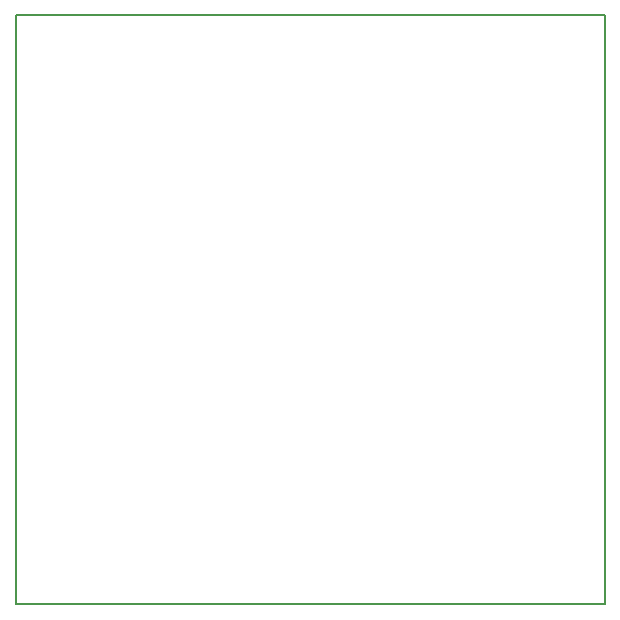
<source format=gko>
G04 Layer_Color=16711935*
%FSLAX23Y23*%
%MOIN*%
G70*
G01*
G75*
%ADD23C,0.005*%
D23*
X1810Y2075D02*
Y4040D01*
Y2075D02*
X3775D01*
Y4040D01*
X1810D02*
X3775D01*
M02*

</source>
